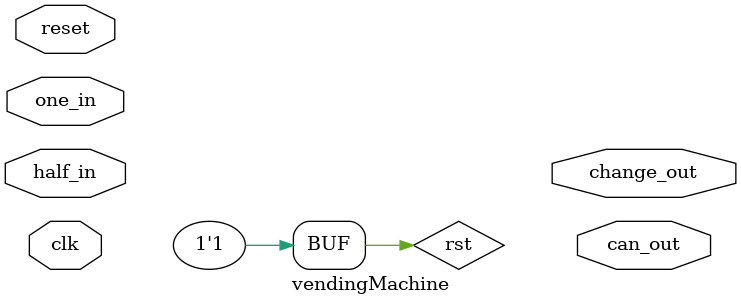
<source format=v>
module vendingMachine(	output can_out,
						output change_out,
						input clk,
						input reset,
						input one_in,
						input half_in);

	wire rst = 1'b1;
	wire rstout;
	reg sel;
	reg [2:0] state, nextstate;

	parameter IDLE		= 3'b000;
	parameter ONELE		= 3'b001;
	parameter HALFLE	= 3'b010;
	parameter CANOUT	= 3'b011;
	parameter CHNGOUT	= 3'b100;

	assign rstout = sel ? rst : reset;

	// State Register
	always @ (posedge clk or posedge rstout) begin
		if (rstout)	state <= IDLE;
		else		state <= nextstate;
	end
	
	always @ (negedge clk) begin
		sel <= (state == CANOUT | state == CHNGOUT);
	end

	// Next State Logic
	always @ (*) begin
		case (state)
    // Code1: Fill Your Code here
		endcase
	end

	// Output Logic
  // Code2:  Fill your code here
endmodule

</source>
